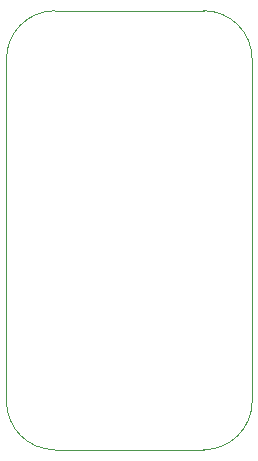
<source format=gm1>
G04 #@! TF.GenerationSoftware,KiCad,Pcbnew,(5.1.8)-1*
G04 #@! TF.CreationDate,2023-09-30T03:10:54+02:00*
G04 #@! TF.ProjectId,RC Exhaust System RGB,52432045-7868-4617-9573-742053797374,rev?*
G04 #@! TF.SameCoordinates,Original*
G04 #@! TF.FileFunction,Profile,NP*
%FSLAX46Y46*%
G04 Gerber Fmt 4.6, Leading zero omitted, Abs format (unit mm)*
G04 Created by KiCad (PCBNEW (5.1.8)-1) date 2023-09-30 03:10:54*
%MOMM*%
%LPD*%
G01*
G04 APERTURE LIST*
G04 #@! TA.AperFunction,Profile*
%ADD10C,0.050000*%
G04 #@! TD*
G04 APERTURE END LIST*
D10*
X86995000Y-73896000D02*
G75*
G02*
X91095000Y-77996000I0J-4100000D01*
G01*
X70292000Y-77996000D02*
G75*
G02*
X74392000Y-73896000I4100000J0D01*
G01*
X86995000Y-73896000D02*
X74392000Y-73896000D01*
X91095000Y-77996000D02*
X91092000Y-106966000D01*
X91092000Y-106966000D02*
G75*
G02*
X86992000Y-111066000I-4100000J0D01*
G01*
X74392000Y-111066000D02*
G75*
G02*
X70292000Y-106966000I0J4100000D01*
G01*
X70292000Y-106966000D02*
X70292000Y-77996000D01*
X80692000Y-111066000D02*
X86992000Y-111066000D01*
X80692000Y-111066000D02*
X74392000Y-111066000D01*
M02*

</source>
